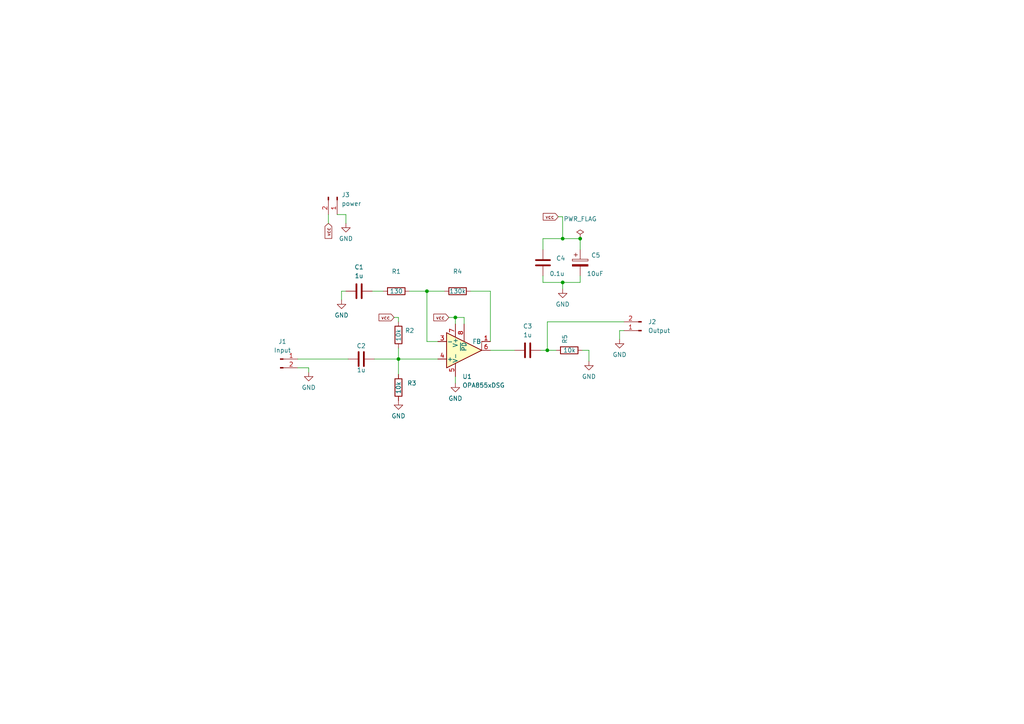
<source format=kicad_sch>
(kicad_sch (version 20211123) (generator eeschema)
  (paper "A4")
  (lib_symbols
    (symbol "Amplifier_Operational:OPA855xDSG" (pin_names (offset 0.127))
      (property "Reference" "U" (at 1.27 8.89 0))
      (property "Value" "OPA855xDSG" (at 1.27 6.35 0))
      (symbol "OPA855xDSG_0_0"
        (pin power_in line (at -2.54 7.62 270) (length 3.81) (name "V+") (number "7"))
        (pin input line (at 0 7.62 270) (length 5.08) (name "~{PD}") (number "8"))
        (pin passive line (at -2.54 -7.62 90) (length 3.81) hide (name "V-") (number "9"))
      )
      (symbol "OPA855xDSG_0_1"
        (polyline (pts (xy 5.08 0) (xy 5.08 2.54)) (stroke (width 0.1524)))
        (polyline (pts (xy -5.08 5.08) (xy 5.08 0) (xy -5.08 -5.08) (xy -5.08 5.08)) (stroke (width 0.254)) (fill (type background)))
        (pin no_connect line (at -5.08 -5.08 90) (length 3.81) hide (name "NC") (number "2"))
        (pin output line (at 7.62 0 180) (length 2.54) (name "~") (number "6"))
      )
      (symbol "OPA855xDSG_1_1"
        (pin output line (at 7.62 2.54 180) (length 2.54) (name "FB") (number "1"))
        (pin input line (at -7.62 2.54 0) (length 2.54) (name "-") (number "3"))
        (pin input line (at -7.62 -2.54 0) (length 2.54) (name "+") (number "4"))
        (pin power_in line (at -2.54 -7.62 90) (length 3.81) (name "V-") (number "5"))
      )
    )
    (symbol "Connector:Conn_01x02_Male" (pin_names (offset 1.016) hide)
      (property "Reference" "J" (at 0 2.54 0))
      (property "Value" "Conn_01x02_Male" (at 0 -5.08 0))
      (symbol "Conn_01x02_Male_1_1"
        (polyline (pts (xy 1.27 -2.54) (xy 0.8636 -2.54)) (stroke (width 0.1524)))
        (polyline (pts (xy 1.27 0) (xy 0.8636 0)) (stroke (width 0.1524)))
        (rectangle (start 0.8636 -2.413) (end 0 -2.667) (stroke (width 0.1524)) (fill (type outline)))
        (rectangle (start 0.8636 0.127) (end 0 -0.127) (stroke (width 0.1524)) (fill (type outline)))
        (pin passive line (at 5.08 0 180) (length 3.81) (name "Pin_1") (number "1"))
        (pin passive line (at 5.08 -2.54 180) (length 3.81) (name "Pin_2") (number "2"))
      )
    )
    (symbol "Device:C" (pin_numbers hide) (pin_names (offset 0.254))
      (property "Reference" "C" (at 0.635 2.54 0))
      (property "Value" "C" (at 0.635 -2.54 0))
      (symbol "C_0_1"
        (polyline (pts (xy -2.032 -0.762) (xy 2.032 -0.762)) (stroke (width 0.508)))
        (polyline (pts (xy -2.032 0.762) (xy 2.032 0.762)) (stroke (width 0.508)))
      )
      (symbol "C_1_1"
        (pin passive line (at 0 3.81 270) (length 2.794) (name "~") (number "1"))
        (pin passive line (at 0 -3.81 90) (length 2.794) (name "~") (number "2"))
      )
    )
    (symbol "Device:C_Polarized" (pin_numbers hide) (pin_names (offset 0.254))
      (property "Reference" "C" (at 0.635 2.54 0))
      (property "Value" "C_Polarized" (at 0.635 -2.54 0))
      (symbol "C_Polarized_0_1"
        (rectangle (start -2.286 0.508) (end 2.286 1.016))
        (polyline (pts (xy -1.778 2.286) (xy -0.762 2.286)))
        (polyline (pts (xy -1.27 2.794) (xy -1.27 1.778)))
        (rectangle (start 2.286 -0.508) (end -2.286 -1.016) (fill (type outline)))
      )
      (symbol "C_Polarized_1_1"
        (pin passive line (at 0 3.81 270) (length 2.794) (name "~") (number "1"))
        (pin passive line (at 0 -3.81 90) (length 2.794) (name "~") (number "2"))
      )
    )
    (symbol "Device:R" (pin_numbers hide) (pin_names (offset 0))
      (property "Reference" "R" (at 2.032 0 90))
      (property "Value" "R" (at 0 0 90))
      (symbol "R_0_1"
        (rectangle (start -1.016 -2.54) (end 1.016 2.54) (stroke (width 0.254)))
      )
      (symbol "R_1_1"
        (pin passive line (at 0 3.81 270) (length 1.27) (name "~") (number "1"))
        (pin passive line (at 0 -3.81 90) (length 1.27) (name "~") (number "2"))
      )
    )
    (symbol "power:GND" (power) (pin_names (offset 0))
      (property "Value" "GND" (at 0 -3.81 0))
      (symbol "GND_0_1"
        (polyline (pts (xy 0 0) (xy 0 -1.27) (xy 1.27 -1.27) (xy 0 -2.54) (xy -1.27 -1.27) (xy 0 -1.27)))
      )
      (symbol "GND_1_1"
        (pin power_in line (at 0 0 270) (length 0) hide (name "GND") (number "1"))
      )
    )
    (symbol "power:PWR_FLAG" (power) (pin_numbers hide) (pin_names (offset 0) hide)
      (property "Value" "PWR_FLAG" (at 0 3.81 0))
      (symbol "PWR_FLAG_0_0"
        (pin power_out line (at 0 0 90) (length 0) (name "pwr") (number "1"))
      )
      (symbol "PWR_FLAG_0_1"
        (polyline (pts (xy 0 0) (xy 0 1.27) (xy -1.016 1.905) (xy 0 2.54) (xy 1.016 1.905) (xy 0 1.27)))
      )
    )
  )
  (junction (at 158.75 101.6))
  (junction (at 163.195 81.915))
  (junction (at 168.275 69.215))
  (junction (at 123.825 84.455))
  (junction (at 115.57 104.14))
  (junction (at 163.195 69.215))
  (junction (at 132.08 92.075))
  (wire (pts (xy 157.48 72.39) (xy 157.48 69.215)))
  (wire (pts (xy 168.275 81.915) (xy 163.195 81.915)))
  (wire (pts (xy 108.585 104.14) (xy 115.57 104.14)))
  (wire (pts (xy 134.62 93.98) (xy 134.62 92.075)))
  (wire (pts (xy 158.75 93.345) (xy 158.75 101.6)))
  (wire (pts (xy 163.195 81.915) (xy 163.195 83.82)))
  (wire (pts (xy 156.845 101.6) (xy 158.75 101.6)))
  (wire (pts (xy 130.175 92.075) (xy 132.08 92.075)))
  (wire (pts (xy 95.25 62.23) (xy 95.25 64.77)))
  (wire (pts (xy 168.275 69.215) (xy 168.275 72.39)))
  (wire (pts (xy 142.24 99.06) (xy 142.24 84.455)))
  (wire (pts (xy 114.3 92.075) (xy 115.57 92.075)))
  (wire (pts (xy 157.48 69.215) (xy 163.195 69.215)))
  (wire (pts (xy 163.195 62.865) (xy 163.195 69.215)))
  (wire (pts (xy 179.705 98.425) (xy 179.705 95.885)))
  (wire (pts (xy 158.75 101.6) (xy 161.29 101.6)))
  (wire (pts (xy 115.57 104.14) (xy 127 104.14)))
  (wire (pts (xy 86.36 104.14) (xy 100.965 104.14)))
  (wire (pts (xy 100.33 62.23) (xy 97.79 62.23)))
  (wire (pts (xy 89.535 107.95) (xy 89.535 106.68)))
  (wire (pts (xy 157.48 81.915) (xy 157.48 80.01)))
  (wire (pts (xy 118.745 84.455) (xy 123.825 84.455)))
  (wire (pts (xy 115.57 108.585) (xy 115.57 104.14)))
  (wire (pts (xy 123.825 84.455) (xy 123.825 99.06)))
  (wire (pts (xy 163.195 81.915) (xy 157.48 81.915)))
  (wire (pts (xy 134.62 92.075) (xy 132.08 92.075)))
  (wire (pts (xy 100.33 64.77) (xy 100.33 62.23)))
  (wire (pts (xy 99.06 84.455) (xy 100.33 84.455)))
  (wire (pts (xy 170.815 101.6) (xy 168.91 101.6)))
  (wire (pts (xy 115.57 93.345) (xy 115.57 92.075)))
  (wire (pts (xy 142.24 101.6) (xy 149.225 101.6)))
  (wire (pts (xy 115.57 100.965) (xy 115.57 104.14)))
  (wire (pts (xy 123.825 99.06) (xy 127 99.06)))
  (wire (pts (xy 180.975 93.345) (xy 158.75 93.345)))
  (wire (pts (xy 168.275 80.01) (xy 168.275 81.915)))
  (wire (pts (xy 170.815 104.775) (xy 170.815 101.6)))
  (wire (pts (xy 142.24 84.455) (xy 136.525 84.455)))
  (wire (pts (xy 132.08 92.075) (xy 132.08 93.98)))
  (wire (pts (xy 132.08 109.22) (xy 132.08 111.125)))
  (wire (pts (xy 163.195 69.215) (xy 168.275 69.215)))
  (wire (pts (xy 89.535 106.68) (xy 86.36 106.68)))
  (wire (pts (xy 179.705 95.885) (xy 180.975 95.885)))
  (wire (pts (xy 107.95 84.455) (xy 111.125 84.455)))
  (wire (pts (xy 161.925 62.865) (xy 163.195 62.865)))
  (wire (pts (xy 128.905 84.455) (xy 123.825 84.455)))
  (wire (pts (xy 99.06 86.995) (xy 99.06 84.455)))
  (global_label "vcc" (shape input) (at 114.3 92.075 180) (effects (font (size 1 1))) (property "Intersheet References" "${INTERSHEET_REFS}" (effects hide)))
  (global_label "vcc" (shape input) (at 161.925 62.865 180) (effects (font (size 1 1))) (property "Intersheet References" "${INTERSHEET_REFS}" (effects hide)))
  (global_label "vcc" (shape input) (at 130.175 92.075 180) (effects (font (size 1 1))) (property "Intersheet References" "${INTERSHEET_REFS}" (effects hide)))
  (global_label "vcc" (shape input) (at 95.25 64.77 270) (effects (font (size 1 1))) (property "Intersheet References" "${INTERSHEET_REFS}" (effects hide)))
  (symbol (lib_id "power:GND") (at 132.08 111.125 0) (unit 1)
    (property "Reference" "#PWR04" (effects hide))
    (property "Value" "GND" (at 132.08 115.57 0))
  )
  (symbol (lib_id "Device:C") (at 104.775 104.14 90) (unit 1)
    (property "Reference" "C2" (at 104.775 100.33 90))
    (property "Value" "1u" (at 104.775 107.315 90))
    (property "Footprint" "Capacitor_SMD:C_0805_2012Metric" (effects hide))
  )
  (symbol (lib_id "power:GND") (at 163.195 83.82 0) (unit 1)
    (property "Reference" "#PWR05" (effects hide))
    (property "Value" "GND" (at 163.195 88.265 0))
  )
  (symbol (lib_id "power:GND") (at 100.33 64.77 0) (unit 1)
    (property "Reference" "#PWR0101" (effects hide))
    (property "Value" "GND" (at 100.33 69.215 0))
  )
  (symbol (lib_id "Device:C") (at 153.035 101.6 90) (unit 1)
    (property "Reference" "C3" (at 153.035 94.615 90))
    (property "Value" "1u" (at 153.035 97.155 90))
    (property "Footprint" "Capacitor_SMD:C_0805_2012Metric" (effects hide))
  )
  (symbol (lib_id "Connector:Conn_01x02_Male") (at 186.055 95.885 180) (unit 1)
    (property "Reference" "J2" (at 187.96 93.3449 0) (effects (justify right)))
    (property "Value" "Output" (at 187.96 95.8849 0) (effects (justify right)))
    (property "Footprint" "Connector_PinHeader_2.54mm:PinHeader_1x02_P2.54mm_Vertical" (effects hide))
  )
  (symbol (lib_id "Device:R") (at 114.935 84.455 90) (unit 1)
    (property "Reference" "R1" (at 114.935 78.74 90))
    (property "Value" "130" (at 114.935 84.455 90))
    (property "Footprint" "Resistor_SMD:R_0805_2012Metric" (effects hide))
  )
  (symbol (lib_id "Amplifier_Operational:OPA855xDSG") (at 134.62 101.6 0) (unit 1)
    (property "Reference" "U1" (at 134.0994 109.22 0) (effects (justify left)))
    (property "Value" "OPA855xDSG" (at 134.0994 111.76 0) (effects (justify left)))
    (property "Footprint" "Package_SON:WSON-8-1EP_2x2mm_P0.5mm_EP0.9x1.6mm" (effects hide))
    (property "Datasheet" "http://www.ti.com/lit/ds/symlink/opa855.pdf" (effects hide))
  )
  (symbol (lib_id "Device:R") (at 115.57 97.155 180) (unit 1)
    (property "Reference" "R2" (at 117.475 95.8849 0) (effects (justify right)))
    (property "Value" "10k" (at 115.57 99.06 90) (effects (justify right)))
    (property "Footprint" "Resistor_SMD:R_0805_2012Metric" (effects hide))
  )
  (symbol (lib_id "Device:R") (at 165.1 101.6 270) (unit 1)
    (property "Reference" "R5" (at 163.8299 99.695 0) (effects (justify right)))
    (property "Value" "10k" (at 167.005 101.6 90) (effects (justify right)))
    (property "Footprint" "Resistor_SMD:R_0805_2012Metric" (effects hide))
  )
  (symbol (lib_id "Device:R") (at 115.57 112.395 180) (unit 1)
    (property "Reference" "R3" (at 118.11 111.1249 0) (effects (justify right)))
    (property "Value" "10k" (at 115.57 114.3 90) (effects (justify right)))
    (property "Footprint" "Resistor_SMD:R_0805_2012Metric" (effects hide))
  )
  (symbol (lib_id "power:GND") (at 99.06 86.995 0) (unit 1)
    (property "Reference" "#PWR02" (effects hide))
    (property "Value" "GND" (at 99.06 91.44 0))
  )
  (symbol (lib_id "Connector:Conn_01x02_Male") (at 81.28 104.14 0) (unit 1)
    (property "Reference" "J1" (at 81.915 99.06 0))
    (property "Value" "Input" (at 81.915 101.6 0))
    (property "Footprint" "Connector_PinHeader_2.54mm:PinHeader_1x02_P2.54mm_Vertical" (effects hide))
  )
  (symbol (lib_id "power:GND") (at 170.815 104.775 0) (unit 1)
    (property "Reference" "#PWR06" (effects hide))
    (property "Value" "GND" (at 170.815 109.22 0))
  )
  (symbol (lib_id "power:GND") (at 89.535 107.95 0) (unit 1)
    (property "Reference" "#PWR01" (effects hide))
    (property "Value" "GND" (at 89.535 112.395 0))
  )
  (symbol (lib_id "power:GND") (at 179.705 98.425 0) (unit 1)
    (property "Reference" "#PWR07" (effects hide))
    (property "Value" "GND" (at 179.705 102.87 0))
  )
  (symbol (lib_id "power:PWR_FLAG") (at 168.275 69.215 0) (unit 1)
    (property "Reference" "#FLG0101" (effects hide))
    (property "Value" "PWR_FLAG" (at 168.275 63.5 0))
  )
  (symbol (lib_id "Device:C_Polarized") (at 168.275 76.2 0) (unit 1)
    (property "Reference" "C5" (at 171.45 74.0409 0) (effects (justify left)))
    (property "Value" "10uF" (at 170.18 79.375 0) (effects (justify left)))
    (property "Footprint" "Capacitor_SMD:CP_Elec_4x5.8" (effects hide))
  )
  (symbol (lib_id "Connector:Conn_01x02_Male") (at 97.79 57.15 270) (unit 1)
    (property "Reference" "J3" (at 99.06 56.5149 90) (effects (justify left)))
    (property "Value" "power" (at 99.06 59.0549 90) (effects (justify left)))
    (property "Footprint" "Connector_PinHeader_2.54mm:PinHeader_1x02_P2.54mm_Vertical" (effects hide))
  )
  (symbol (lib_id "power:GND") (at 115.57 116.205 0) (unit 1)
    (property "Reference" "#PWR03" (effects hide))
    (property "Value" "GND" (at 115.57 120.65 0))
  )
  (symbol (lib_id "Device:R") (at 132.715 84.455 90) (unit 1)
    (property "Reference" "R4" (at 132.715 78.74 90))
    (property "Value" "130k" (at 132.715 84.455 90))
    (property "Footprint" "Resistor_SMD:R_0805_2012Metric" (effects hide))
  )
  (symbol (lib_id "Device:C") (at 104.14 84.455 90) (unit 1)
    (property "Reference" "C1" (at 104.14 77.47 90))
    (property "Value" "1u" (at 104.14 80.01 90))
    (property "Footprint" "Capacitor_SMD:C_0805_2012Metric" (effects hide))
  )
  (symbol (lib_id "Device:C") (at 157.48 76.2 180) (unit 1)
    (property "Reference" "C4" (at 161.29 74.9299 0) (effects (justify right)))
    (property "Value" "0.1u" (at 159.385 79.375 0) (effects (justify right)))
    (property "Footprint" "Capacitor_SMD:C_0805_2012Metric" (effects hide))
  )
)
</source>
